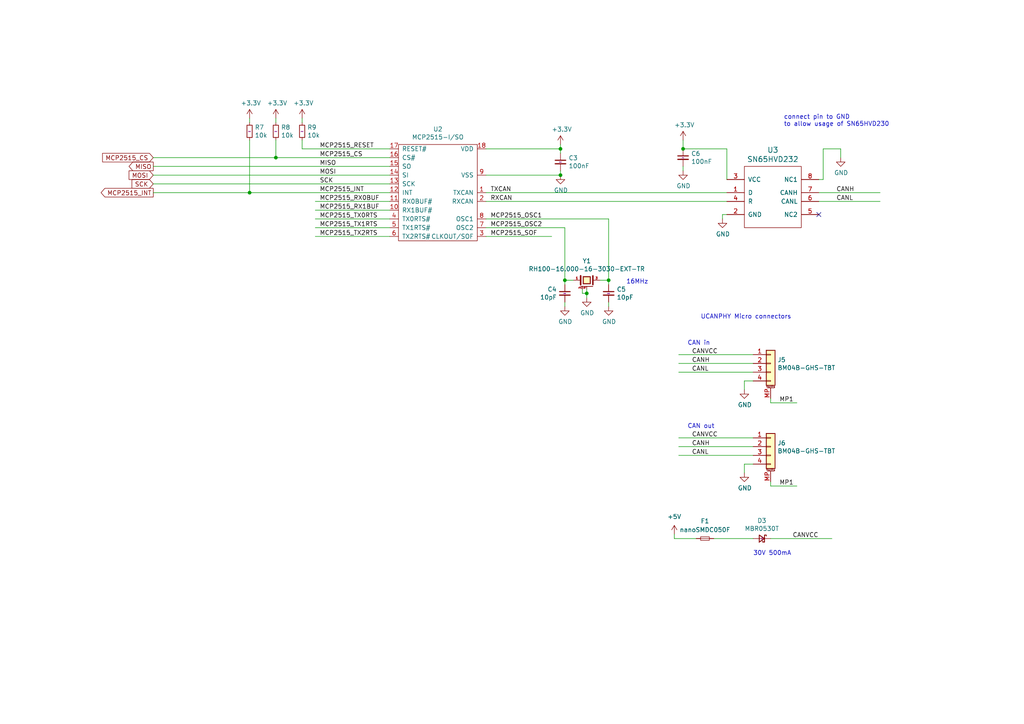
<source format=kicad_sch>
(kicad_sch (version 20211123) (generator eeschema)
  (paper "A4")
  (title_block (title "CyphalRobotController07/CAN") (date "2023-12-03") (rev "0.2") (company "generationmake"))
  (lib_symbols
    (symbol "Connector_Generic_MountingPin:Conn_01x04_MountingPin" (pin_names (offset 1.016) hide)
      (property "Reference" "J" (at 0 5.08 0))
      (property "Value" "Conn_01x04_MountingPin" (at 1.27 -7.62 0))
      (symbol "Conn_01x04_MountingPin_1_1"
        (rectangle (start -1.27 -4.953) (end 0 -5.207) (stroke (width 0.1524)))
        (rectangle (start -1.27 -2.413) (end 0 -2.667) (stroke (width 0.1524)))
        (rectangle (start -1.27 0.127) (end 0 -0.127) (stroke (width 0.1524)))
        (rectangle (start -1.27 2.667) (end 0 2.413) (stroke (width 0.1524)))
        (rectangle (start -1.27 3.81) (end 1.27 -6.35) (stroke (width 0.254)) (fill (type background)))
        (polyline (pts (xy -1.016 -7.112) (xy 1.016 -7.112)) (stroke (width 0.1524)))
        (text "Mounting" (at 0 -6.731 0) (effects (font (size 0.381 0.381))))
        (pin passive line (at -5.08 2.54 0) (length 3.81) (name "Pin_1") (number "1"))
        (pin passive line (at -5.08 0 0) (length 3.81) (name "Pin_2") (number "2"))
        (pin passive line (at -5.08 -2.54 0) (length 3.81) (name "Pin_3") (number "3"))
        (pin passive line (at -5.08 -5.08 0) (length 3.81) (name "Pin_4") (number "4"))
        (pin passive line (at 0 -10.16 90) (length 3.048) (name "MountPin") (number "MP"))
      )
    )
    (symbol "Device:C_Small" (pin_numbers hide) (pin_names (offset 0.254) hide)
      (property "Reference" "C" (at 0.254 1.778 0))
      (property "Value" "C_Small" (at 0.254 -2.032 0))
      (symbol "C_Small_0_1"
        (polyline (pts (xy -1.524 -0.508) (xy 1.524 -0.508)) (stroke (width 0.3302)))
        (polyline (pts (xy -1.524 0.508) (xy 1.524 0.508)) (stroke (width 0.3048)))
      )
      (symbol "C_Small_1_1"
        (pin passive line (at 0 2.54 270) (length 2.032) (name "~") (number "1"))
        (pin passive line (at 0 -2.54 90) (length 2.032) (name "~") (number "2"))
      )
    )
    (symbol "Device:D_Schottky_Small" (pin_numbers hide) (pin_names (offset 0.254) hide)
      (property "Reference" "D" (at -1.27 2.032 0))
      (property "Value" "D_Schottky_Small" (at -7.112 -2.032 0))
      (symbol "D_Schottky_Small_0_1"
        (polyline (pts (xy -0.762 0) (xy 0.762 0)))
        (polyline (pts (xy 0.762 -1.016) (xy -0.762 0) (xy 0.762 1.016) (xy 0.762 -1.016)) (stroke (width 0.254)))
        (polyline (pts (xy -1.27 0.762) (xy -1.27 1.016) (xy -0.762 1.016) (xy -0.762 -1.016) (xy -0.254 -1.016) (xy -0.254 -0.762)) (stroke (width 0.254)))
      )
      (symbol "D_Schottky_Small_1_1"
        (pin passive line (at -2.54 0 0) (length 1.778) (name "K") (number "1"))
        (pin passive line (at 2.54 0 180) (length 1.778) (name "A") (number "2"))
      )
    )
    (symbol "Device:Fuse_Small" (pin_numbers hide) (pin_names (offset 0.254) hide)
      (property "Reference" "F" (at 0 -1.524 0))
      (property "Value" "Fuse_Small" (at 0 1.524 0))
      (symbol "Fuse_Small_0_1"
        (rectangle (start -1.27 0.508) (end 1.27 -0.508))
        (polyline (pts (xy -1.27 0) (xy 1.27 0)))
      )
      (symbol "Fuse_Small_1_1"
        (pin passive line (at -2.54 0 0) (length 1.27) (name "~") (number "1"))
        (pin passive line (at 2.54 0 180) (length 1.27) (name "~") (number "2"))
      )
    )
    (symbol "Device:R_Small" (pin_numbers hide) (pin_names (offset 0.254) hide)
      (property "Reference" "R" (at 0.762 0.508 0))
      (property "Value" "R_Small" (at 0.762 -1.016 0))
      (symbol "R_Small_0_1"
        (rectangle (start -0.762 1.778) (end 0.762 -1.778) (stroke (width 0.2032)))
      )
      (symbol "R_Small_1_1"
        (pin passive line (at 0 2.54 270) (length 0.762) (name "~") (number "1"))
        (pin passive line (at 0 -2.54 90) (length 0.762) (name "~") (number "2"))
      )
    )
    (symbol "OpenCyphalPicoBase-rescue:Crystal_SMD_4Pad-devices" (pin_names (offset 1.016) hide)
      (property "Reference" "Y" (at 0 2.286 0))
      (property "Value" "Crystal_SMD_4Pad-devices" (at 2.54 -2.54 0))
      (symbol "Crystal_SMD_4Pad-devices_0_1"
        (polyline (pts (xy -1.778 -1.778) (xy 1.778 -1.778)))
        (polyline (pts (xy -1.778 -1.778) (xy 1.778 -1.778)))
        (polyline (pts (xy -1.778 1.27) (xy -1.778 -1.27)) (stroke (width 0.4064)))
        (polyline (pts (xy -1.778 1.27) (xy -1.778 -1.27)) (stroke (width 0.4064)))
        (polyline (pts (xy 1.778 1.27) (xy 1.778 -1.27)) (stroke (width 0.4064)))
        (polyline (pts (xy -1.016 1.016) (xy 1.016 1.016) (xy 1.016 -1.016) (xy -1.016 -1.016) (xy -1.016 1.016)) (stroke (width 0.3048)) (fill (type background)))
      )
      (symbol "Crystal_SMD_4Pad-devices_1_1"
        (pin passive line (at -3.81 0 0) (length 1.905) (name "1") (number "1"))
        (pin passive line (at -1.27 -2.54 90) (length 0.7112) (name "case") (number "2"))
        (pin passive line (at 3.81 0 180) (length 1.905) (name "3") (number "3"))
        (pin passive line (at 0 -2.54 90) (length 0.7112) (name "case") (number "4"))
      )
    )
    (symbol "OpenCyphalPicoBase-rescue:MCP2515-IC_transceiver_can" (pin_names (offset 1.016))
      (property "Reference" "U" (at 0 15.24 0))
      (property "Value" "MCP2515-IC_transceiver_can" (at 0 -15.24 0))
      (symbol "MCP2515-IC_transceiver_can_0_1"
        (rectangle (start -11.43 13.97) (end 11.43 -13.97))
      )
      (symbol "MCP2515-IC_transceiver_can_1_1"
        (pin input line (at 13.97 0 180) (length 2.54) (name "TXCAN") (number "1"))
        (pin input line (at -13.97 -5.08 0) (length 2.54) (name "RX1BUF#") (number "10"))
        (pin input line (at -13.97 -2.54 0) (length 2.54) (name "RX0BUF#") (number "11"))
        (pin input line (at -13.97 0 0) (length 2.54) (name "INT") (number "12"))
        (pin input line (at -13.97 2.54 0) (length 2.54) (name "SCK") (number "13"))
        (pin input line (at -13.97 5.08 0) (length 2.54) (name "SI") (number "14"))
        (pin input line (at -13.97 7.62 0) (length 2.54) (name "SO") (number "15"))
        (pin input line (at -13.97 10.16 0) (length 2.54) (name "CS#") (number "16"))
        (pin input line (at -13.97 12.7 0) (length 2.54) (name "RESET#") (number "17"))
        (pin input line (at 13.97 12.7 180) (length 2.54) (name "VDD") (number "18"))
        (pin input line (at 13.97 -2.54 180) (length 2.54) (name "RXCAN") (number "2"))
        (pin input line (at 13.97 -12.7 180) (length 2.54) (name "CLKOUT/SOF") (number "3"))
        (pin input line (at -13.97 -7.62 0) (length 2.54) (name "TX0RTS#") (number "4"))
        (pin input line (at -13.97 -10.16 0) (length 2.54) (name "TX1RTS#") (number "5"))
        (pin input line (at -13.97 -12.7 0) (length 2.54) (name "TX2RTS#") (number "6"))
        (pin input line (at 13.97 -10.16 180) (length 2.54) (name "OSC2") (number "7"))
        (pin input line (at 13.97 -7.62 180) (length 2.54) (name "OSC1") (number "8"))
        (pin input line (at 13.97 5.08 180) (length 2.54) (name "VSS") (number "9"))
      )
    )
    (symbol "OpenCyphalPicoBase-rescue:SN65HVD232-CAN-transceiver" (pin_names (offset 1.016))
      (property "Reference" "U" (at 12.7 16.51 0))
      (property "Value" "SN65HVD232-CAN-transceiver" (at 12.7 1.27 0))
      (symbol "SN65HVD232-CAN-transceiver_0_1"
        (rectangle (start 5.08 17.78) (end 21.59 0))
      )
      (symbol "SN65HVD232-CAN-transceiver_1_1"
        (pin output line (at 0 10.16 0) (length 5.08) (name "D") (number "1"))
        (pin power_in line (at 0 3.81 0) (length 5.08) (name "GND") (number "2"))
        (pin power_in line (at 0 13.97 0) (length 5.08) (name "VCC") (number "3"))
        (pin input line (at 0 7.62 0) (length 5.08) (name "R") (number "4"))
        (pin bidirectional line (at 26.67 3.81 180) (length 5.08) (name "NC2") (number "5"))
        (pin bidirectional line (at 26.67 7.62 180) (length 5.08) (name "CANL") (number "6"))
        (pin bidirectional line (at 26.67 10.16 180) (length 5.08) (name "CANH") (number "7"))
        (pin bidirectional line (at 26.67 13.97 180) (length 5.08) (name "NC1") (number "8"))
      )
    )
    (symbol "power:+3.3V" (power) (pin_names (offset 0))
      (property "Value" "+3.3V" (at 0 3.556 0))
      (symbol "+3.3V_0_1"
        (polyline (pts (xy -0.762 1.27) (xy 0 2.54)))
        (polyline (pts (xy 0 0) (xy 0 2.54)))
        (polyline (pts (xy 0 2.54) (xy 0.762 1.27)))
      )
      (symbol "+3.3V_1_1"
        (pin power_in line (at 0 0 90) (length 0) hide (name "+3.3V") (number "1"))
      )
    )
    (symbol "power:+5V" (power) (pin_names (offset 0))
      (property "Value" "+5V" (at 0 3.556 0))
      (symbol "+5V_0_1"
        (polyline (pts (xy -0.762 1.27) (xy 0 2.54)))
        (polyline (pts (xy 0 0) (xy 0 2.54)))
        (polyline (pts (xy 0 2.54) (xy 0.762 1.27)))
      )
      (symbol "+5V_1_1"
        (pin power_in line (at 0 0 90) (length 0) hide (name "+5V") (number "1"))
      )
    )
    (symbol "power:GND" (power) (pin_names (offset 0))
      (property "Value" "GND" (at 0 -3.81 0))
      (symbol "GND_0_1"
        (polyline (pts (xy 0 0) (xy 0 -1.27) (xy 1.27 -1.27) (xy 0 -2.54) (xy -1.27 -1.27) (xy 0 -1.27)))
      )
      (symbol "GND_1_1"
        (pin power_in line (at 0 0 270) (length 0) hide (name "GND") (number "1"))
      )
    )
  )
  (junction (at 170.18 85.09))
  (junction (at 80.01 45.72))
  (junction (at 162.56 43.18))
  (junction (at 198.12 43.18))
  (junction (at 162.56 50.8))
  (junction (at 72.39 55.88))
  (junction (at 163.83 81.28))
  (junction (at 176.53 81.28))
  (no_connect (at 237.49 62.23))
  (wire (pts (xy 72.39 35.56) (xy 72.39 34.29)))
  (wire (pts (xy 218.44 134.62) (xy 215.9 134.62)))
  (wire (pts (xy 196.85 127) (xy 218.44 127)))
  (wire (pts (xy 44.45 45.72) (xy 80.01 45.72)))
  (wire (pts (xy 198.12 49.53) (xy 198.12 48.26)))
  (wire (pts (xy 140.97 63.5) (xy 176.53 63.5)))
  (wire (pts (xy 243.84 43.18) (xy 243.84 45.72)))
  (wire (pts (xy 140.97 50.8) (xy 162.56 50.8)))
  (wire (pts (xy 176.53 63.5) (xy 176.53 81.28)))
  (wire (pts (xy 80.01 40.64) (xy 80.01 45.72)))
  (wire (pts (xy 231.14 116.84) (xy 223.52 116.84)))
  (wire (pts (xy 168.91 83.82) (xy 168.91 85.09)))
  (wire (pts (xy 168.91 85.09) (xy 170.18 85.09)))
  (wire (pts (xy 87.63 43.18) (xy 113.03 43.18)))
  (wire (pts (xy 196.85 129.54) (xy 218.44 129.54)))
  (wire (pts (xy 44.45 50.8) (xy 113.03 50.8)))
  (wire (pts (xy 140.97 43.18) (xy 162.56 43.18)))
  (wire (pts (xy 162.56 50.8) (xy 162.56 49.53)))
  (wire (pts (xy 160.02 68.58) (xy 140.97 68.58)))
  (wire (pts (xy 198.12 43.18) (xy 210.82 43.18)))
  (wire (pts (xy 218.44 110.49) (xy 215.9 110.49)))
  (wire (pts (xy 195.58 156.21) (xy 195.58 154.94)))
  (wire (pts (xy 241.3 156.21) (xy 223.52 156.21)))
  (wire (pts (xy 207.01 156.21) (xy 218.44 156.21)))
  (wire (pts (xy 223.52 116.84) (xy 223.52 115.57)))
  (wire (pts (xy 223.52 140.97) (xy 223.52 139.7)))
  (wire (pts (xy 91.44 58.42) (xy 113.03 58.42)))
  (wire (pts (xy 44.45 53.34) (xy 113.03 53.34)))
  (wire (pts (xy 91.44 68.58) (xy 113.03 68.58)))
  (wire (pts (xy 176.53 81.28) (xy 173.99 81.28)))
  (wire (pts (xy 176.53 87.63) (xy 176.53 88.9)))
  (wire (pts (xy 237.49 52.07) (xy 238.76 52.07)))
  (wire (pts (xy 87.63 35.56) (xy 87.63 34.29)))
  (wire (pts (xy 87.63 43.18) (xy 87.63 40.64)))
  (wire (pts (xy 210.82 62.23) (xy 209.55 62.23)))
  (wire (pts (xy 163.83 82.55) (xy 163.83 81.28)))
  (wire (pts (xy 72.39 55.88) (xy 113.03 55.88)))
  (wire (pts (xy 209.55 62.23) (xy 209.55 63.5)))
  (wire (pts (xy 80.01 45.72) (xy 113.03 45.72)))
  (wire (pts (xy 196.85 132.08) (xy 218.44 132.08)))
  (wire (pts (xy 215.9 110.49) (xy 215.9 113.03)))
  (wire (pts (xy 176.53 82.55) (xy 176.53 81.28)))
  (wire (pts (xy 91.44 66.04) (xy 113.03 66.04)))
  (wire (pts (xy 91.44 60.96) (xy 113.03 60.96)))
  (wire (pts (xy 91.44 63.5) (xy 113.03 63.5)))
  (wire (pts (xy 163.83 87.63) (xy 163.83 88.9)))
  (wire (pts (xy 196.85 105.41) (xy 218.44 105.41)))
  (wire (pts (xy 195.58 156.21) (xy 201.93 156.21)))
  (wire (pts (xy 210.82 43.18) (xy 210.82 52.07)))
  (wire (pts (xy 255.27 58.42) (xy 237.49 58.42)))
  (wire (pts (xy 231.14 140.97) (xy 223.52 140.97)))
  (wire (pts (xy 72.39 40.64) (xy 72.39 55.88)))
  (wire (pts (xy 44.45 48.26) (xy 113.03 48.26)))
  (wire (pts (xy 162.56 44.45) (xy 162.56 43.18)))
  (wire (pts (xy 238.76 43.18) (xy 243.84 43.18)))
  (wire (pts (xy 196.85 107.95) (xy 218.44 107.95)))
  (wire (pts (xy 44.45 55.88) (xy 72.39 55.88)))
  (wire (pts (xy 198.12 40.64) (xy 198.12 43.18)))
  (wire (pts (xy 255.27 55.88) (xy 237.49 55.88)))
  (wire (pts (xy 140.97 66.04) (xy 163.83 66.04)))
  (wire (pts (xy 196.85 102.87) (xy 218.44 102.87)))
  (wire (pts (xy 170.18 83.82) (xy 170.18 85.09)))
  (wire (pts (xy 238.76 52.07) (xy 238.76 43.18)))
  (wire (pts (xy 80.01 35.56) (xy 80.01 34.29)))
  (wire (pts (xy 170.18 85.09) (xy 170.18 86.36)))
  (wire (pts (xy 163.83 81.28) (xy 166.37 81.28)))
  (wire (pts (xy 140.97 58.42) (xy 210.82 58.42)))
  (wire (pts (xy 215.9 134.62) (xy 215.9 137.16)))
  (wire (pts (xy 140.97 55.88) (xy 210.82 55.88)))
  (wire (pts (xy 163.83 66.04) (xy 163.83 81.28)))
  (wire (pts (xy 162.56 43.18) (xy 162.56 41.91)))
  (text "16MHz" (at 181.61 82.55 0) (effects (font (size 1.27 1.27)) (justify left bottom)))
  (text "connect pin to GND\nto allow usage of SN65HVD230" (at 227.33 36.83 0) (effects (font (size 1.27 1.27)) (justify left bottom)))
  (text "UCANPHY Micro connectors" (at 203.2 92.71 0) (effects (font (size 1.27 1.27)) (justify left bottom)))
  (text "30V 500mA" (at 218.44 161.29 0) (effects (font (size 1.27 1.27)) (justify left bottom)))
  (text "CAN in" (at 199.39 100.33 0) (effects (font (size 1.27 1.27)) (justify left bottom)))
  (text "CAN out" (at 199.39 124.46 0) (effects (font (size 1.27 1.27)) (justify left bottom)))
  (label "MCP2515_OSC1" (at 142.24 63.5 0))
  (label "CANH" (at 242.57 55.88 0))
  (label "CANVCC" (at 229.87 156.21 0))
  (label "CANVCC" (at 200.66 127 0))
  (label "MCP2515_TX1RTS" (at 92.71 66.04 0))
  (label "MCP2515_OSC2" (at 142.24 66.04 0))
  (label "MCP2515_INT" (at 92.71 55.88 0))
  (label "CANH" (at 200.66 105.41 0))
  (label "MCP2515_TX0RTS" (at 92.71 63.5 0))
  (label "CANL" (at 200.66 107.95 0))
  (label "TXCAN" (at 142.24 55.88 0))
  (label "RXCAN" (at 142.24 58.42 0))
  (label "MCP2515_RX1BUF" (at 92.71 60.96 0))
  (label "CANVCC" (at 200.66 102.87 0))
  (label "CANL" (at 200.66 132.08 0))
  (label "MISO" (at 92.71 48.26 0))
  (label "MCP2515_RX0BUF" (at 92.71 58.42 0))
  (label "SCK" (at 92.71 53.34 0))
  (label "MCP2515_TX2RTS" (at 92.71 68.58 0))
  (label "MCP2515_SOF" (at 142.24 68.58 0))
  (label "MP1" (at 226.06 116.84 0))
  (label "MCP2515_CS" (at 92.71 45.72 0))
  (label "CANH" (at 200.66 129.54 0))
  (label "CANL" (at 242.57 58.42 0))
  (label "MCP2515_RESET" (at 92.71 43.18 0))
  (label "MOSI" (at 92.71 50.8 0))
  (label "MP1" (at 226.06 140.97 0))
  (global_label "SCK" (shape input) (at 44.45 53.34 180) (property "Referenzen zwischen Schaltplänen" "${INTERSHEET_REFS}" (effects hide)))
  (global_label "MOSI" (shape input) (at 44.45 50.8 180) (property "Referenzen zwischen Schaltplänen" "${INTERSHEET_REFS}" (effects hide)))
  (global_label "MISO" (shape output) (at 44.45 48.26 180) (property "Referenzen zwischen Schaltplänen" "${INTERSHEET_REFS}" (effects hide)))
  (global_label "MCP2515_INT" (shape output) (at 44.45 55.88 180) (property "Referenzen zwischen Schaltplänen" "${INTERSHEET_REFS}" (effects hide)))
  (global_label "MCP2515_CS" (shape input) (at 44.45 45.72 180) (property "Referenzen zwischen Schaltplänen" "${INTERSHEET_REFS}" (effects hide)))
  (symbol (lib_id "OpenCyphalPicoBase-rescue:MCP2515-IC_transceiver_can") (at 127 55.88 0) (unit 1)
    (property "Reference" "U2" (at 127 37.465 0))
    (property "Value" "MCP2515-I/SO" (at 127 39.7764 0))
    (property "Footprint" "Package_SO:SOIC-18W_7.5x11.6mm_P1.27mm" (effects hide))
  )
  (symbol (lib_id "Device:C_Small") (at 162.56 46.99 0) (unit 1)
    (property "Reference" "C3" (at 164.8968 45.8216 0) (effects (justify left)))
    (property "Value" "100nF" (at 164.8968 48.133 0) (effects (justify left)))
    (property "Footprint" "Capacitor_SMD:C_0603_1608Metric" (effects hide))
    (property "Datasheet" "~" (at 162.56 46.99 0))
  )
  (symbol (lib_id "power:+3.3V") (at 162.56 41.91 0) (unit 1)
    (property "Reference" "#PWR025" (effects hide))
    (property "Value" "+3.3V" (at 162.941 37.5158 0))
  )
  (symbol (lib_id "power:GND") (at 162.56 50.8 0) (unit 1)
    (property "Reference" "#PWR026" (effects hide))
    (property "Value" "GND" (at 162.687 55.1942 0))
  )
  (symbol (lib_id "OpenCyphalPicoBase-rescue:Crystal_SMD_4Pad-devices") (at 170.18 81.28 0) (unit 1)
    (property "Reference" "Y1" (at 170.18 75.692 0))
    (property "Value" "RH100-16.000-16-3030-EXT-TR" (at 170.18 78.0034 0))
    (property "Footprint" "Crystal:Crystal_SMD_3225-4Pin_3.2x2.5mm" (effects hide))
  )
  (symbol (lib_id "power:GND") (at 170.18 86.36 0) (unit 1)
    (property "Reference" "#PWR028" (effects hide))
    (property "Value" "GND" (at 170.307 90.7542 0))
  )
  (symbol (lib_id "Device:R_Small") (at 87.63 38.1 0) (unit 1)
    (property "Reference" "R9" (at 89.1286 36.9316 0) (effects (justify left)))
    (property "Value" "10k" (at 89.1286 39.243 0) (effects (justify left)))
    (property "Footprint" "Resistor_SMD:R_0603_1608Metric" (effects hide))
    (property "Datasheet" "~" (at 87.63 38.1 0))
  )
  (symbol (lib_id "power:+3.3V") (at 87.63 34.29 0) (unit 1)
    (property "Reference" "#PWR024" (effects hide))
    (property "Value" "+3.3V" (at 88.011 29.8958 0))
  )
  (symbol (lib_id "Device:R_Small") (at 80.01 38.1 0) (unit 1)
    (property "Reference" "R8" (at 81.5086 36.9316 0) (effects (justify left)))
    (property "Value" "10k" (at 81.5086 39.243 0) (effects (justify left)))
    (property "Footprint" "Resistor_SMD:R_0603_1608Metric" (effects hide))
    (property "Datasheet" "~" (at 80.01 38.1 0))
  )
  (symbol (lib_id "power:+3.3V") (at 80.01 34.29 0) (unit 1)
    (property "Reference" "#PWR023" (effects hide))
    (property "Value" "+3.3V" (at 80.391 29.8958 0))
  )
  (symbol (lib_id "Device:R_Small") (at 72.39 38.1 0) (unit 1)
    (property "Reference" "R7" (at 73.8886 36.9316 0) (effects (justify left)))
    (property "Value" "10k" (at 73.8886 39.243 0) (effects (justify left)))
    (property "Footprint" "Resistor_SMD:R_0603_1608Metric" (effects hide))
    (property "Datasheet" "~" (at 72.39 38.1 0))
  )
  (symbol (lib_id "power:+3.3V") (at 72.39 34.29 0) (unit 1)
    (property "Reference" "#PWR022" (effects hide))
    (property "Value" "+3.3V" (at 72.771 29.8958 0))
  )
  (symbol (lib_id "OpenCyphalPicoBase-rescue:SN65HVD232-CAN-transceiver") (at 210.82 66.04 0) (unit 1)
    (property "Reference" "U3" (at 224.155 43.5102 0) (effects (font (size 1.524 1.524))))
    (property "Value" "SN65HVD232" (at 224.155 46.2026 0) (effects (font (size 1.524 1.524))))
    (property "Footprint" "Package_SO:SOIC-8_3.9x4.9mm_P1.27mm" (effects hide))
  )
  (symbol (lib_id "Device:C_Small") (at 198.12 45.72 0) (unit 1)
    (property "Reference" "C6" (at 200.4568 44.5516 0) (effects (justify left)))
    (property "Value" "100nF" (at 200.4568 46.863 0) (effects (justify left)))
    (property "Footprint" "Capacitor_SMD:C_0603_1608Metric" (effects hide))
    (property "Datasheet" "~" (at 198.12 45.72 0))
  )
  (symbol (lib_id "power:+3.3V") (at 198.12 40.64 0) (unit 1)
    (property "Reference" "#PWR031" (effects hide))
    (property "Value" "+3.3V" (at 198.501 36.2458 0))
  )
  (symbol (lib_id "power:GND") (at 198.12 49.53 0) (unit 1)
    (property "Reference" "#PWR032" (effects hide))
    (property "Value" "GND" (at 198.247 53.9242 0))
  )
  (symbol (lib_id "power:GND") (at 209.55 63.5 0) (unit 1)
    (property "Reference" "#PWR033" (effects hide))
    (property "Value" "GND" (at 209.677 67.8942 0))
  )
  (symbol (lib_id "Connector_Generic_MountingPin:Conn_01x04_MountingPin") (at 223.52 105.41 0) (unit 1)
    (property "Reference" "J5" (at 225.5012 104.3686 0) (effects (justify left)))
    (property "Value" "BM04B-GHS-TBT" (at 225.5012 106.68 0) (effects (justify left)))
    (property "Footprint" "Connector_JST:JST_GH_BM04B-GHS-TBT_1x04-1MP_P1.25mm_Vertical" (effects hide))
  )
  (symbol (lib_id "power:GND") (at 215.9 113.03 0) (unit 1)
    (property "Reference" "#PWR034" (effects hide))
    (property "Value" "GND" (at 216.027 117.4242 0))
  )
  (symbol (lib_id "Connector_Generic_MountingPin:Conn_01x04_MountingPin") (at 223.52 129.54 0) (unit 1)
    (property "Reference" "J6" (at 225.5012 128.4986 0) (effects (justify left)))
    (property "Value" "BM04B-GHS-TBT" (at 225.5012 130.81 0) (effects (justify left)))
    (property "Footprint" "Connector_JST:JST_GH_BM04B-GHS-TBT_1x04-1MP_P1.25mm_Vertical" (effects hide))
  )
  (symbol (lib_id "power:GND") (at 215.9 137.16 0) (unit 1)
    (property "Reference" "#PWR035" (effects hide))
    (property "Value" "GND" (at 216.027 141.5542 0))
  )
  (symbol (lib_id "Device:D_Schottky_Small") (at 220.98 156.21 0) (mirror y) (unit 1)
    (property "Reference" "D3" (at 220.98 151.003 0))
    (property "Value" "MBR0530T" (at 220.98 153.3144 0))
    (property "Footprint" "Diode_SMD:D_SOD-123" (effects hide))
    (property "Datasheet" "~" (at 220.98 156.21 90))
  )
  (symbol (lib_id "Device:C_Small") (at 176.53 85.09 0) (unit 1)
    (property "Reference" "C5" (at 178.8668 83.9216 0) (effects (justify left)))
    (property "Value" "10pF" (at 178.8668 86.233 0) (effects (justify left)))
    (property "Footprint" "Capacitor_SMD:C_0603_1608Metric" (effects hide))
    (property "Datasheet" "~" (at 176.53 85.09 0))
  )
  (symbol (lib_id "Device:C_Small") (at 163.83 85.09 0) (mirror y) (unit 1)
    (property "Reference" "C4" (at 161.4932 83.9216 0) (effects (justify left)))
    (property "Value" "10pF" (at 161.4932 86.233 0) (effects (justify left)))
    (property "Footprint" "Capacitor_SMD:C_0603_1608Metric" (effects hide))
    (property "Datasheet" "~" (at 163.83 85.09 0))
  )
  (symbol (lib_id "power:GND") (at 163.83 88.9 0) (unit 1)
    (property "Reference" "#PWR027" (effects hide))
    (property "Value" "GND" (at 163.957 93.2942 0))
  )
  (symbol (lib_id "power:GND") (at 176.53 88.9 0) (unit 1)
    (property "Reference" "#PWR029" (effects hide))
    (property "Value" "GND" (at 176.657 93.2942 0))
  )
  (symbol (lib_id "power:GND") (at 243.84 45.72 0) (unit 1)
    (property "Reference" "#PWR036" (effects hide))
    (property "Value" "GND" (at 243.967 50.1142 0))
  )
  (symbol (lib_id "Device:Fuse_Small") (at 204.47 156.21 0) (unit 1)
    (property "Reference" "F1" (at 204.47 151.13 0))
    (property "Value" "nanoSMDC050F" (at 204.47 153.67 0))
    (property "Footprint" "Fuse:Fuse_1206_3216Metric" (effects hide))
  )
  (symbol (lib_id "power:+5V") (at 195.58 154.94 0) (unit 1)
    (property "Reference" "#PWR030" (effects hide))
    (property "Value" "+5V" (at 195.58 149.86 0))
  )
)
</source>
